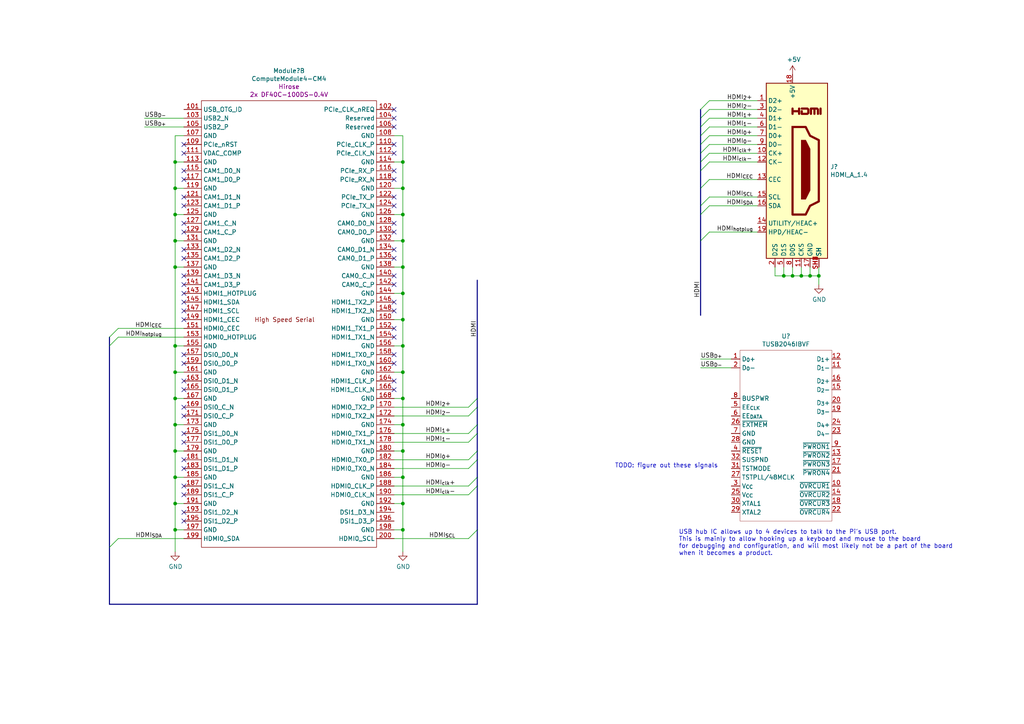
<source format=kicad_sch>
(kicad_sch (version 20201015) (generator eeschema)
  (paper "A4")
  (lib_symbols
    (symbol "CM4IO:HDMI_A_1.4"
      (property "Reference" "J" (at -6.35 26.67 0))
      (property "Value" "HDMI_A_1.4" (at 10.16 26.67 0))
      (symbol "HDMI_A_1.4_0_0"
        (polyline (pts (xy 8.128 16.51) (xy 8.128 18.034)) (stroke (width 0.635)))
        (polyline (pts (xy 0 16.51) (xy 0 18.034) (xy 0 17.272) (xy 1.905 17.272) (xy 1.905 18.034) (xy 1.905 16.51)) (stroke (width 0.635)))
        (polyline (pts (xy 2.667 18.034) (xy 4.318 18.034) (xy 4.572 17.78) (xy 4.572 16.764) (xy 4.318 16.51) (xy 2.667 16.51) (xy 2.667 17.272)) (stroke (width 0.635)))
        (pin passive line (at 7.62 -27.94 90) (length 2.54) (name "SH") (number "SH2"))
        (pin passive line (at 7.62 -27.94 90) (length 2.54) (name "SH") (number "SH3"))
        (pin passive line (at 7.62 -27.94 90) (length 2.54) (name "SH") (number "SH4"))
      )
      (symbol "HDMI_A_1.4_0_1"
        (rectangle (start -7.62 25.4) (end 10.16 -25.4) (stroke (width 0.254)) (fill (type background)))
        (polyline (pts (xy 2.54 8.89) (xy 3.81 8.89) (xy 5.08 6.35) (xy 5.08 -5.715) (xy 3.81 -8.255) (xy 2.54 -8.255) (xy 2.54 8.89)) (fill (type outline)))
        (polyline (pts (xy 5.334 16.51) (xy 5.334 18.034) (xy 6.35 18.034) (xy 6.35 16.51) (xy 6.35 18.034) (xy 7.112 18.034) (xy 7.366 17.78) (xy 7.366 16.51)) (stroke (width 0.635)))
        (polyline (pts (xy 0 12.7) (xy 0 -12.7) (xy 3.81 -12.7) (xy 5.08 -10.16) (xy 7.62 -8.89) (xy 7.62 8.89) (xy 5.08 10.16) (xy 3.81 12.7) (xy 0 12.7)) (stroke (width 0.635)))
      )
      (symbol "HDMI_A_1.4_1_1"
        (pin passive line (at -10.16 20.32 0) (length 2.54) (name "D2+") (number "1"))
        (pin passive line (at -10.16 5.08 0) (length 2.54) (name "CK+") (number "10"))
        (pin power_in line (at 2.54 -27.94 90) (length 2.54) (name "CKS") (number "11"))
        (pin passive line (at -10.16 2.54 0) (length 2.54) (name "CK-") (number "12"))
        (pin bidirectional line (at -10.16 -2.54 0) (length 2.54) (name "CEC") (number "13"))
        (pin passive line (at -10.16 -15.24 0) (length 2.54) (name "UTILITY/HEAC+") (number "14"))
        (pin passive line (at -10.16 -7.62 0) (length 2.54) (name "SCL") (number "15"))
        (pin bidirectional line (at -10.16 -10.16 0) (length 2.54) (name "SDA") (number "16"))
        (pin power_in line (at 5.08 -27.94 90) (length 2.54) (name "GND") (number "17"))
        (pin power_in line (at 0 27.94 270) (length 2.54) (name "+5V") (number "18"))
        (pin passive line (at -10.16 -17.78 0) (length 2.54) (name "HPD/HEAC-") (number "19"))
        (pin power_in line (at -5.08 -27.94 90) (length 2.54) (name "D2S") (number "2"))
        (pin passive line (at -10.16 17.78 0) (length 2.54) (name "D2-") (number "3"))
        (pin passive line (at -10.16 15.24 0) (length 2.54) (name "D1+") (number "4"))
        (pin power_in line (at -2.54 -27.94 90) (length 2.54) (name "D1S") (number "5"))
        (pin passive line (at -10.16 12.7 0) (length 2.54) (name "D1-") (number "6"))
        (pin passive line (at -10.16 10.16 0) (length 2.54) (name "D0+") (number "7"))
        (pin power_in line (at 0 -27.94 90) (length 2.54) (name "D0S") (number "8"))
        (pin passive line (at -10.16 7.62 0) (length 2.54) (name "D0-") (number "9"))
        (pin passive line (at 7.62 -27.94 90) (length 2.54) (name "SH") (number "SH1"))
      )
    )
    (symbol "power:+5V" (power) (pin_names (offset 0))
      (property "Value" "+5V" (at 0 3.556 0))
      (symbol "+5V_0_1"
        (polyline (pts (xy -0.762 1.27) (xy 0 2.54)))
        (polyline (pts (xy 0 0) (xy 0 2.54)))
        (polyline (pts (xy 0 2.54) (xy 0.762 1.27)))
      )
      (symbol "+5V_1_1"
        (pin power_in line (at 0 0 90) (length 0) hide (name "+5V") (number "1"))
      )
    )
    (symbol "power:GND" (power) (pin_names (offset 0))
      (property "Value" "GND" (at 0 -3.81 0))
      (symbol "GND_0_1"
        (polyline (pts (xy 0 0) (xy 0 -1.27) (xy 1.27 -1.27) (xy 0 -2.54) (xy -1.27 -1.27) (xy 0 -1.27)))
      )
      (symbol "GND_1_1"
        (pin power_in line (at 0 0 270) (length 0) hide (name "GND") (number "1"))
      )
    )
    (symbol "symbols:ComputeModule4-CM4"
      (property "Reference" "Module" (at 113.03 -68.58 0))
      (property "Value" "ComputeModule4-CM4" (at 140.97 2.54 0))
      (property "Field4" "Hirose" (at 0 0 0))
      (property "Field5" "2x DF40C-100DS-0.4V" (at 0 -2.54 0))
      (symbol "ComputeModule4-CM4_1_0"
        (text "GPIO" (at 0 6.35 0) (effects (font (size 1.27 1.27))))
      )
      (symbol "ComputeModule4-CM4_1_1"
        (text "600mA Max" (at -8.89 -53.34 0) (effects (font (size 1.27 1.27))))
        (text "600mA Max" (at -8.89 -48.26 0) (effects (font (size 1.27 1.27))))
        (text "NB SD signals are only available" (at -1.27 -27.94 0) (effects (font (size 1.27 1.27))))
        (text "on modules without eMMC" (at -1.27 -30.48 0) (effects (font (size 1.27 1.27))))
        (rectangle (start -30.48 -71.12) (end 25.4 58.42))
        (pin power_in line (at 27.94 55.88 180) (length 2.54) (name "GND") (number "1"))
        (pin passive line (at -33.02 45.72 0) (length 2.54) (name "Ethernet_Pair0_N") (number "10"))
        (pin output line (at -33.02 -68.58 0) (length 2.54) (name "nEXTRST") (number "100"))
        (pin passive line (at 27.94 43.18 180) (length 2.54) (name "Ethernet_Pair2_P") (number "11"))
        (pin passive line (at -33.02 43.18 0) (length 2.54) (name "Ethernet_Pair0_P") (number "12"))
        (pin power_in line (at 27.94 40.64 180) (length 2.54) (name "GND") (number "13"))
        (pin power_in line (at -33.02 40.64 0) (length 2.54) (name "GND") (number "14"))
        (pin output line (at 27.94 38.1 180) (length 2.54) (name "Ethernet_nLED3(3.3v)") (number "15"))
        (pin input line (at -33.02 38.1 0) (length 2.54) (name "Ethernet_SYNC_IN(1.8v)") (number "16"))
        (pin output line (at 27.94 35.56 180) (length 2.54) (name "Ethernet_nLED2(3.3v)") (number "17"))
        (pin input line (at -33.02 35.56 0) (length 2.54) (name "Ethernet_SYNC_OUT(1.8v)") (number "18"))
        (pin output line (at 27.94 33.02 180) (length 2.54) (name "Ethernet_nLED1(3.3v)") (number "19"))
        (pin power_in line (at -33.02 55.88 0) (length 2.54) (name "GND") (number "2"))
        (pin passive line (at -33.02 33.02 0) (length 2.54) (name "EEPROM_nWP") (number "20"))
        (pin open_collector line (at 27.94 30.48 180) (length 2.54) (name "PI_nLED_Activity") (number "21"))
        (pin power_in line (at -33.02 30.48 0) (length 2.54) (name "GND") (number "22"))
        (pin power_in line (at 27.94 27.94 180) (length 2.54) (name "GND") (number "23"))
        (pin passive line (at -33.02 27.94 0) (length 2.54) (name "GPIO26") (number "24"))
        (pin passive line (at 27.94 25.4 180) (length 2.54) (name "GPIO21") (number "25"))
        (pin passive line (at -33.02 25.4 0) (length 2.54) (name "GPIO19") (number "26"))
        (pin passive line (at 27.94 22.86 180) (length 2.54) (name "GPIO20") (number "27"))
        (pin passive line (at -33.02 22.86 0) (length 2.54) (name "GPIO13") (number "28"))
        (pin passive line (at 27.94 20.32 180) (length 2.54) (name "GPIO16") (number "29"))
        (pin passive line (at 27.94 53.34 180) (length 2.54) (name "Ethernet_Pair3_P") (number "3"))
        (pin passive line (at -33.02 20.32 0) (length 2.54) (name "GPIO6") (number "30"))
        (pin passive line (at 27.94 17.78 180) (length 2.54) (name "GPIO12") (number "31"))
        (pin power_in line (at -33.02 17.78 0) (length 2.54) (name "GND") (number "32"))
        (pin power_in line (at 27.94 15.24 180) (length 2.54) (name "GND") (number "33"))
        (pin passive line (at -33.02 15.24 0) (length 2.54) (name "GPIO5") (number "34"))
        (pin passive line (at 27.94 12.7 180) (length 2.54) (name "ID_SC") (number "35"))
        (pin passive line (at -33.02 12.7 0) (length 2.54) (name "ID_SD") (number "36"))
        (pin passive line (at 27.94 10.16 180) (length 2.54) (name "GPIO7") (number "37"))
        (pin passive line (at -33.02 10.16 0) (length 2.54) (name "GPIO11") (number "38"))
        (pin passive line (at 27.94 7.62 180) (length 2.54) (name "GPIO8") (number "39"))
        (pin passive line (at -33.02 53.34 0) (length 2.54) (name "Ethernet_Pair1_P") (number "4"))
        (pin passive line (at -33.02 7.62 0) (length 2.54) (name "GPIO9") (number "40"))
        (pin passive line (at 27.94 5.08 180) (length 2.54) (name "GPIO25") (number "41"))
        (pin power_in line (at -33.02 5.08 0) (length 2.54) (name "GND") (number "42"))
        (pin power_in line (at 27.94 2.54 180) (length 2.54) (name "GND") (number "43"))
        (pin passive line (at -33.02 2.54 0) (length 2.54) (name "GPIO10") (number "44"))
        (pin passive line (at 27.94 0 180) (length 2.54) (name "GPIO24") (number "45"))
        (pin passive line (at -33.02 0 0) (length 2.54) (name "GPIO22") (number "46"))
        (pin passive line (at 27.94 -2.54 180) (length 2.54) (name "GPIO23") (number "47"))
        (pin passive line (at -33.02 -2.54 0) (length 2.54) (name "GPIO27") (number "48"))
        (pin passive line (at 27.94 -5.08 180) (length 2.54) (name "GPIO18") (number "49"))
        (pin passive line (at 27.94 50.8 180) (length 2.54) (name "Ethernet_Pair3_N") (number "5"))
        (pin passive line (at -33.02 -5.08 0) (length 2.54) (name "GPIO17") (number "50"))
        (pin passive line (at 27.94 -7.62 180) (length 2.54) (name "GPIO15") (number "51"))
        (pin power_in line (at -33.02 -7.62 0) (length 2.54) (name "GND") (number "52"))
        (pin power_in line (at 27.94 -10.16 180) (length 2.54) (name "GND") (number "53"))
        (pin passive line (at -33.02 -10.16 0) (length 2.54) (name "GPIO4") (number "54"))
        (pin passive line (at 27.94 -12.7 180) (length 2.54) (name "GPIO14") (number "55"))
        (pin passive line (at -33.02 -12.7 0) (length 2.54) (name "GPIO3") (number "56"))
        (pin passive line (at 27.94 -15.24 180) (length 2.54) (name "SD_CLK") (number "57"))
        (pin passive line (at -33.02 -15.24 0) (length 2.54) (name "GPIO2") (number "58"))
        (pin power_in line (at 27.94 -17.78 180) (length 2.54) (name "GND") (number "59"))
        (pin passive line (at -33.02 50.8 0) (length 2.54) (name "Ethernet_Pair1_N") (number "6"))
        (pin power_in line (at -33.02 -17.78 0) (length 2.54) (name "GND") (number "60"))
        (pin passive line (at 27.94 -20.32 180) (length 2.54) (name "SD_DAT3") (number "61"))
        (pin passive line (at -33.02 -20.32 0) (length 2.54) (name "SD_CMD") (number "62"))
        (pin passive line (at 27.94 -22.86 180) (length 2.54) (name "SD_DAT0") (number "63"))
        (pin passive line (at -33.02 -22.86 0) (length 2.54) (name "SD_DAT5") (number "64"))
        (pin power_in line (at 27.94 -25.4 180) (length 2.54) (name "GND") (number "65"))
        (pin power_in line (at -33.02 -25.4 0) (length 2.54) (name "GND") (number "66"))
        (pin passive line (at 27.94 -27.94 180) (length 2.54) (name "SD_DAT1") (number "67"))
        (pin passive line (at -33.02 -27.94 0) (length 2.54) (name "SD_DAT4") (number "68"))
        (pin passive line (at 27.94 -30.48 180) (length 2.54) (name "SD_DAT2") (number "69"))
        (pin power_in line (at 27.94 48.26 180) (length 2.54) (name "GND") (number "7"))
        (pin passive line (at -33.02 -30.48 0) (length 2.54) (name "SD_DAT7") (number "70"))
        (pin power_in line (at 27.94 -33.02 180) (length 2.54) (name "GND") (number "71"))
        (pin passive line (at -33.02 -33.02 0) (length 2.54) (name "SD_DAT6") (number "72"))
        (pin input line (at 27.94 -35.56 180) (length 2.54) (name "SD_VDD_Override") (number "73"))
        (pin power_in line (at -33.02 -35.56 0) (length 2.54) (name "GND") (number "74"))
        (pin output line (at 27.94 -38.1 180) (length 2.54) (name "SD_PWR_ON") (number "75"))
        (pin passive line (at -33.02 -38.1 0) (length 2.54) (name "Reserved") (number "76"))
        (pin power_in line (at 27.94 -40.64 180) (length 2.54) (name "+5v_(Input)") (number "77"))
        (pin power_in line (at -33.02 -40.64 0) (length 2.54) (name "GPIO_VREF(1.8v/3.3v_Input)") (number "78"))
        (pin power_in line (at 27.94 -43.18 180) (length 2.54) (name "+5v_(Input)") (number "79"))
        (pin power_in line (at -33.02 48.26 0) (length 2.54) (name "GND") (number "8"))
        (pin passive line (at -33.02 -43.18 0) (length 2.54) (name "SCL0") (number "80"))
        (pin power_in line (at 27.94 -45.72 180) (length 2.54) (name "+5v_(Input)") (number "81"))
        (pin passive line (at -33.02 -45.72 0) (length 2.54) (name "SDA0") (number "82"))
        (pin power_in line (at 27.94 -48.26 180) (length 2.54) (name "+5v_(Input)") (number "83"))
        (pin power_out line (at -33.02 -48.26 0) (length 2.54) (name "+3.3v_(Output)") (number "84"))
        (pin power_in line (at 27.94 -50.8 180) (length 2.54) (name "+5v_(Input)") (number "85"))
        (pin power_out line (at -33.02 -50.8 0) (length 2.54) (name "+3.3v_(Output)") (number "86"))
        (pin power_in line (at 27.94 -53.34 180) (length 2.54) (name "+5v_(Input)") (number "87"))
        (pin power_out line (at -33.02 -53.34 0) (length 2.54) (name "+1.8v_(Output)") (number "88"))
        (pin power_in line (at 27.94 -55.88 180) (length 2.54) (name "WiFi_nDisable") (number "89"))
        (pin passive line (at 27.94 45.72 180) (length 2.54) (name "Ethernet_Pair2_N") (number "9"))
        (pin power_out line (at -33.02 -55.88 0) (length 2.54) (name "+1.8v_(Output)") (number "90"))
        (pin power_in line (at 27.94 -58.42 180) (length 2.54) (name "BT_nDisable") (number "91"))
        (pin passive line (at -33.02 -58.42 0) (length 2.54) (name "RUN_PG") (number "92"))
        (pin input line (at 27.94 -60.96 180) (length 2.54) (name "nRPIBOOT") (number "93"))
        (pin passive line (at -33.02 -60.96 0) (length 2.54) (name "AnalogIP0") (number "94"))
        (pin output line (at 27.94 -63.5 180) (length 2.54) (name "nPI_LED_PWR") (number "95"))
        (pin passive line (at -33.02 -63.5 0) (length 2.54) (name "AnalogIP1") (number "96"))
        (pin passive line (at 27.94 -66.04 180) (length 2.54) (name "Camera_GPIO") (number "97"))
        (pin power_in line (at -33.02 -66.04 0) (length 2.54) (name "GND") (number "98"))
        (pin input line (at 27.94 -68.58 180) (length 2.54) (name "Global_EN") (number "99"))
      )
      (symbol "ComputeModule4-CM4_2_1"
        (text "High Speed Serial" (at 140.97 0 0) (effects (font (size 1.27 1.27))))
        (rectangle (start 114.3 -66.04) (end 165.1 63.5))
        (pin input line (at 170.18 60.96 180) (length 5.08) (name "USB_OTG_ID") (number "101"))
        (pin input line (at 109.22 60.96 0) (length 5.08) (name "PCIe_CLK_nREQ") (number "102"))
        (pin passive line (at 170.18 58.42 180) (length 5.08) (name "USB2_N") (number "103"))
        (pin passive line (at 109.22 58.42 0) (length 5.08) (name "Reserved") (number "104"))
        (pin passive line (at 170.18 55.88 180) (length 5.08) (name "USB2_P") (number "105"))
        (pin passive line (at 109.22 55.88 0) (length 5.08) (name "Reserved") (number "106"))
        (pin power_in line (at 170.18 53.34 180) (length 5.08) (name "GND") (number "107"))
        (pin power_in line (at 109.22 53.34 0) (length 5.08) (name "GND") (number "108"))
        (pin bidirectional line (at 170.18 50.8 180) (length 5.08) (name "PCIe_nRST") (number "109"))
        (pin output line (at 109.22 50.8 0) (length 5.08) (name "PCIe_CLK_P") (number "110"))
        (pin passive line (at 170.18 48.26 180) (length 5.08) (name "VDAC_COMP") (number "111"))
        (pin output line (at 109.22 48.26 0) (length 5.08) (name "PCIe_CLK_N") (number "112"))
        (pin power_in line (at 170.18 45.72 180) (length 5.08) (name "GND") (number "113"))
        (pin power_in line (at 109.22 45.72 0) (length 5.08) (name "GND") (number "114"))
        (pin input line (at 170.18 43.18 180) (length 5.08) (name "CAM1_D0_N") (number "115"))
        (pin input line (at 109.22 43.18 0) (length 5.08) (name "PCIe_RX_P") (number "116"))
        (pin input line (at 170.18 40.64 180) (length 5.08) (name "CAM1_D0_P") (number "117"))
        (pin input line (at 109.22 40.64 0) (length 5.08) (name "PCIe_RX_N") (number "118"))
        (pin power_in line (at 170.18 38.1 180) (length 5.08) (name "GND") (number "119"))
        (pin power_in line (at 109.22 38.1 0) (length 5.08) (name "GND") (number "120"))
        (pin input line (at 170.18 35.56 180) (length 5.08) (name "CAM1_D1_N") (number "121"))
        (pin output line (at 109.22 35.56 0) (length 5.08) (name "PCIe_TX_P") (number "122"))
        (pin input line (at 170.18 33.02 180) (length 5.08) (name "CAM1_D1_P") (number "123"))
        (pin output line (at 109.22 33.02 0) (length 5.08) (name "PCIe_TX_N") (number "124"))
        (pin power_in line (at 170.18 30.48 180) (length 5.08) (name "GND") (number "125"))
        (pin power_in line (at 109.22 30.48 0) (length 5.08) (name "GND") (number "126"))
        (pin input line (at 170.18 27.94 180) (length 5.08) (name "CAM1_C_N") (number "127"))
        (pin input line (at 109.22 27.94 0) (length 5.08) (name "CAM0_D0_N") (number "128"))
        (pin input line (at 170.18 25.4 180) (length 5.08) (name "CAM1_C_P") (number "129"))
        (pin input line (at 109.22 25.4 0) (length 5.08) (name "CAM0_D0_P") (number "130"))
        (pin power_in line (at 170.18 22.86 180) (length 5.08) (name "GND") (number "131"))
        (pin power_in line (at 109.22 22.86 0) (length 5.08) (name "GND") (number "132"))
        (pin input line (at 170.18 20.32 180) (length 5.08) (name "CAM1_D2_N") (number "133"))
        (pin input line (at 109.22 20.32 0) (length 5.08) (name "CAM0_D1_N") (number "134"))
        (pin input line (at 170.18 17.78 180) (length 5.08) (name "CAM1_D2_P") (number "135"))
        (pin input line (at 109.22 17.78 0) (length 5.08) (name "CAM0_D1_P") (number "136"))
        (pin power_in line (at 170.18 15.24 180) (length 5.08) (name "GND") (number "137"))
        (pin power_in line (at 109.22 15.24 0) (length 5.08) (name "GND") (number "138"))
        (pin input line (at 170.18 12.7 180) (length 5.08) (name "CAM1_D3_N") (number "139"))
        (pin input line (at 109.22 12.7 0) (length 5.08) (name "CAM0_C_N") (number "140"))
        (pin input line (at 170.18 10.16 180) (length 5.08) (name "CAM1_D3_P") (number "141"))
        (pin input line (at 109.22 10.16 0) (length 5.08) (name "CAM0_C_P") (number "142"))
        (pin input line (at 170.18 7.62 180) (length 5.08) (name "HDMI1_HOTPLUG") (number "143"))
        (pin power_in line (at 109.22 7.62 0) (length 5.08) (name "GND") (number "144"))
        (pin bidirectional line (at 170.18 5.08 180) (length 5.08) (name "HDMI1_SDA") (number "145"))
        (pin output line (at 109.22 5.08 0) (length 5.08) (name "HDMI1_TX2_P") (number "146"))
        (pin open_collector line (at 170.18 2.54 180) (length 5.08) (name "HDMI1_SCL") (number "147"))
        (pin output line (at 109.22 2.54 0) (length 5.08) (name "HDMI1_TX2_N") (number "148"))
        (pin open_collector line (at 170.18 0 180) (length 5.08) (name "HDMI1_CEC") (number "149"))
        (pin power_in line (at 109.22 0 0) (length 5.08) (name "GND") (number "150"))
        (pin open_collector line (at 170.18 -2.54 180) (length 5.08) (name "HDMI0_CEC") (number "151"))
        (pin output line (at 109.22 -2.54 0) (length 5.08) (name "HDMI1_TX1_P") (number "152"))
        (pin input line (at 170.18 -5.08 180) (length 5.08) (name "HDMI0_HOTPLUG") (number "153"))
        (pin output line (at 109.22 -5.08 0) (length 5.08) (name "HDMI1_TX1_N") (number "154"))
        (pin power_in line (at 170.18 -7.62 180) (length 5.08) (name "GND") (number "155"))
        (pin power_in line (at 109.22 -7.62 0) (length 5.08) (name "GND") (number "156"))
        (pin output line (at 170.18 -10.16 180) (length 5.08) (name "DSI0_D0_N") (number "157"))
        (pin output line (at 109.22 -10.16 0) (length 5.08) (name "HDMI1_TX0_P") (number "158"))
        (pin output line (at 170.18 -12.7 180) (length 5.08) (name "DSI0_D0_P") (number "159"))
        (pin output line (at 109.22 -12.7 0) (length 5.08) (name "HDMI1_TX0_N") (number "160"))
        (pin power_in line (at 170.18 -15.24 180) (length 5.08) (name "GND") (number "161"))
        (pin power_in line (at 109.22 -15.24 0) (length 5.08) (name "GND") (number "162"))
        (pin output line (at 170.18 -17.78 180) (length 5.08) (name "DSI0_D1_N") (number "163"))
        (pin output line (at 109.22 -17.78 0) (length 5.08) (name "HDMI1_CLK_P") (number "164"))
        (pin output line (at 170.18 -20.32 180) (length 5.08) (name "DSI0_D1_P") (number "165"))
        (pin output line (at 109.22 -20.32 0) (length 5.08) (name "HDMI1_CLK_N") (number "166"))
        (pin power_in line (at 170.18 -22.86 180) (length 5.08) (name "GND") (number "167"))
        (pin power_in line (at 109.22 -22.86 0) (length 5.08) (name "GND") (number "168"))
        (pin output line (at 170.18 -25.4 180) (length 5.08) (name "DSI0_C_N") (number "169"))
        (pin output line (at 109.22 -25.4 0) (length 5.08) (name "HDMI0_TX2_P") (number "170"))
        (pin output line (at 170.18 -27.94 180) (length 5.08) (name "DSI0_C_P") (number "171"))
        (pin output line (at 109.22 -27.94 0) (length 5.08) (name "HDMI0_TX2_N") (number "172"))
        (pin power_in line (at 170.18 -30.48 180) (length 5.08) (name "GND") (number "173"))
        (pin power_in line (at 109.22 -30.48 0) (length 5.08) (name "GND") (number "174"))
        (pin output line (at 170.18 -33.02 180) (length 5.08) (name "DSI1_D0_N") (number "175"))
        (pin output line (at 109.22 -33.02 0) (length 5.08) (name "HDMI0_TX1_P") (number "176"))
        (pin output line (at 170.18 -35.56 180) (length 5.08) (name "DSI1_D0_P") (number "177"))
        (pin output line (at 109.22 -35.56 0) (length 5.08) (name "HDMI0_TX1_N") (number "178"))
        (pin power_in line (at 170.18 -38.1 180) (length 5.08) (name "GND") (number "179"))
        (pin power_in line (at 109.22 -38.1 0) (length 5.08) (name "GND") (number "180"))
        (pin output line (at 170.18 -40.64 180) (length 5.08) (name "DSI1_D1_N") (number "181"))
        (pin output line (at 109.22 -40.64 0) (length 5.08) (name "HDMI0_TX0_P") (number "182"))
        (pin output line (at 170.18 -43.18 180) (length 5.08) (name "DSI1_D1_P") (number "183"))
        (pin output line (at 109.22 -43.18 0) (length 5.08) (name "HDMI0_TX0_N") (number "184"))
        (pin power_in line (at 170.18 -45.72 180) (length 5.08) (name "GND") (number "185"))
        (pin power_in line (at 109.22 -45.72 0) (length 5.08) (name "GND") (number "186"))
        (pin output line (at 170.18 -48.26 180) (length 5.08) (name "DSI1_C_N") (number "187"))
        (pin output line (at 109.22 -48.26 0) (length 5.08) (name "HDMI0_CLK_P") (number "188"))
        (pin output line (at 170.18 -50.8 180) (length 5.08) (name "DSI1_C_P") (number "189"))
        (pin output line (at 109.22 -50.8 0) (length 5.08) (name "HDMI0_CLK_N") (number "190"))
        (pin power_in line (at 170.18 -53.34 180) (length 5.08) (name "GND") (number "191"))
        (pin power_in line (at 109.22 -53.34 0) (length 5.08) (name "GND") (number "192"))
        (pin output line (at 170.18 -55.88 180) (length 5.08) (name "DSI1_D2_N") (number "193"))
        (pin output line (at 109.22 -55.88 0) (length 5.08) (name "DSI1_D3_N") (number "194"))
        (pin output line (at 170.18 -58.42 180) (length 5.08) (name "DSI1_D2_P") (number "195"))
        (pin output line (at 109.22 -58.42 0) (length 5.08) (name "DSI1_D3_P") (number "196"))
        (pin power_in line (at 170.18 -60.96 180) (length 5.08) (name "GND") (number "197"))
        (pin power_in line (at 109.22 -60.96 0) (length 5.08) (name "GND") (number "198"))
        (pin bidirectional line (at 170.18 -63.5 180) (length 5.08) (name "HDMI0_SDA") (number "199"))
        (pin open_collector line (at 109.22 -63.5 0) (length 5.08) (name "HDMI0_SCL") (number "200"))
      )
    )
    (symbol "symbols:TUSB2046IBVF"
      (property "Reference" "U" (at 5.08 25.4 0))
      (property "Value" "TUSB2046IBVF" (at -6.35 25.4 0))
      (symbol "TUSB2046IBVF_0_0"
        (pin unspecified line (at 16.51 8.89 180) (length 2.54) (name "BUSPWR") (number "8"))
        (pin unspecified line (at 16.51 17.78 180) (length 2.54) (name "D_{0}-") (number "2"))
        (pin unspecified line (at -15.24 17.78 0) (length 2.54) (name "D_{1}-") (number "11"))
        (pin unspecified line (at -15.24 11.43 0) (length 2.54) (name "D_{2}-") (number "15"))
        (pin unspecified line (at -15.24 5.08 0) (length 2.54) (name "D_{3}-") (number "19"))
        (pin unspecified line (at -15.24 -1.27 0) (length 2.54) (name "D_{4}-") (number "23"))
        (pin unspecified line (at 16.51 20.32 180) (length 2.54) (name "D_{0}+") (number "1"))
        (pin unspecified line (at -15.24 20.32 0) (length 2.54) (name "D_{1}+") (number "12"))
        (pin unspecified line (at -15.24 13.97 0) (length 2.54) (name "D_{2}+") (number "16"))
        (pin unspecified line (at -15.24 7.62 0) (length 2.54) (name "D_{3}+") (number "20"))
        (pin unspecified line (at -15.24 1.27 0) (length 2.54) (name "D_{4}+") (number "24"))
        (pin unspecified line (at 16.51 6.35 180) (length 2.54) (name "EE_{CLK}") (number "5"))
        (pin unspecified line (at 16.51 3.81 180) (length 2.54) (name "EE_{DATA}") (number "6"))
        (pin unspecified line (at 16.51 1.27 180) (length 2.54) (name "~EXTMEM") (number "26"))
        (pin unspecified line (at 16.51 -1.27 180) (length 2.54) (name "GND") (number "7"))
        (pin unspecified line (at 16.51 -3.81 180) (length 2.54) (name "GND") (number "28"))
        (pin unspecified line (at -15.24 -16.51 0) (length 2.54) (name "~OVRCUR1") (number "10"))
        (pin unspecified line (at -15.24 -19.05 0) (length 2.54) (name "~OVRCUR2") (number "14"))
        (pin unspecified line (at -15.24 -21.59 0) (length 2.54) (name "~OVRCUR3") (number "18"))
        (pin unspecified line (at -15.24 -24.13 0) (length 2.54) (name "~OVRCUR4") (number "22"))
        (pin unspecified line (at -15.24 -5.08 0) (length 2.54) (name "~PWRON1") (number "9"))
        (pin unspecified line (at -15.24 -7.62 0) (length 2.54) (name "~PWRON2") (number "13"))
        (pin unspecified line (at -15.24 -10.16 0) (length 2.54) (name "~PWRON3") (number "17"))
        (pin unspecified line (at -15.24 -12.7 0) (length 2.54) (name "~PWRON4") (number "21"))
        (pin unspecified line (at 16.51 -6.35 180) (length 2.54) (name "~RESET") (number "4"))
        (pin unspecified line (at 16.51 -8.89 180) (length 2.54) (name "SUSPND") (number "32"))
        (pin unspecified line (at 16.51 -11.43 180) (length 2.54) (name "TSTMODE") (number "31"))
        (pin unspecified line (at 16.51 -13.97 180) (length 2.54) (name "TSTPLL/48MCLK") (number "27"))
        (pin unspecified line (at 16.51 -16.51 180) (length 2.54) (name "V_{CC}") (number "3"))
        (pin unspecified line (at 16.51 -19.05 180) (length 2.54) (name "V_{CC}") (number "25"))
        (pin unspecified line (at 16.51 -21.59 180) (length 2.54) (name "XTAL1") (number "30"))
        (pin unspecified line (at 16.51 -24.13 180) (length 2.54) (name "XTAL2") (number "29"))
      )
      (symbol "TUSB2046IBVF_0_1"
        (rectangle (start -12.7 22.86) (end 13.97 -26.67) (stroke (width 0.0006)))
      )
    )
  )
  (junction (at 50.8 46.99) (diameter 0.9144))
  (junction (at 50.8 54.61) (diameter 0.9144))
  (junction (at 50.8 62.23) (diameter 0.9144))
  (junction (at 50.8 69.85) (diameter 0.9144))
  (junction (at 50.8 77.47) (diameter 0.9144))
  (junction (at 50.8 100.33) (diameter 0.9144))
  (junction (at 50.8 107.95) (diameter 0.9144))
  (junction (at 50.8 115.57) (diameter 0.9144))
  (junction (at 50.8 123.19) (diameter 0.9144))
  (junction (at 50.8 130.81) (diameter 0.9144))
  (junction (at 50.8 138.43) (diameter 0.9144))
  (junction (at 50.8 146.05) (diameter 0.9144))
  (junction (at 50.8 153.67) (diameter 0.9144))
  (junction (at 116.84 46.99) (diameter 0.9144))
  (junction (at 116.84 54.61) (diameter 0.9144))
  (junction (at 116.84 62.23) (diameter 0.9144))
  (junction (at 116.84 69.85) (diameter 0.9144))
  (junction (at 116.84 77.47) (diameter 0.9144))
  (junction (at 116.84 85.09) (diameter 0.9144))
  (junction (at 116.84 92.71) (diameter 0.9144))
  (junction (at 116.84 100.33) (diameter 0.9144))
  (junction (at 116.84 107.95) (diameter 0.9144))
  (junction (at 116.84 115.57) (diameter 0.9144))
  (junction (at 116.84 123.19) (diameter 0.9144))
  (junction (at 116.84 130.81) (diameter 0.9144))
  (junction (at 116.84 138.43) (diameter 0.9144))
  (junction (at 116.84 146.05) (diameter 0.9144))
  (junction (at 116.84 153.67) (diameter 0.9144))
  (junction (at 227.33 80.01) (diameter 0.9144))
  (junction (at 229.87 80.01) (diameter 0.9144))
  (junction (at 232.41 80.01) (diameter 0.9144))
  (junction (at 234.95 80.01) (diameter 0.9144))
  (junction (at 237.49 80.01) (diameter 0.9144))
  (no_connect (at 53.34 118.11))
  (no_connect (at 53.34 102.87))
  (no_connect (at 114.3 105.41))
  (no_connect (at 53.34 125.73))
  (no_connect (at 53.34 151.13))
  (no_connect (at 53.34 110.49))
  (no_connect (at 114.3 97.79))
  (no_connect (at 53.34 140.97))
  (no_connect (at 53.34 120.65))
  (no_connect (at 53.34 82.55))
  (no_connect (at 114.3 41.91))
  (no_connect (at 114.3 113.03))
  (no_connect (at 114.3 49.53))
  (no_connect (at 53.34 87.63))
  (no_connect (at 53.34 90.17))
  (no_connect (at 114.3 34.29))
  (no_connect (at 114.3 59.69))
  (no_connect (at 53.34 49.53))
  (no_connect (at 53.34 64.77))
  (no_connect (at 114.3 82.55))
  (no_connect (at 53.34 105.41))
  (no_connect (at 53.34 80.01))
  (no_connect (at 53.34 72.39))
  (no_connect (at 114.3 57.15))
  (no_connect (at 114.3 44.45))
  (no_connect (at 53.34 113.03))
  (no_connect (at 53.34 148.59))
  (no_connect (at 53.34 92.71))
  (no_connect (at 53.34 59.69))
  (no_connect (at 53.34 44.45))
  (no_connect (at 53.34 57.15))
  (no_connect (at 53.34 52.07))
  (no_connect (at 53.34 128.27))
  (no_connect (at 114.3 110.49))
  (no_connect (at 53.34 133.35))
  (no_connect (at 53.34 135.89))
  (no_connect (at 53.34 143.51))
  (no_connect (at 114.3 95.25))
  (no_connect (at 114.3 31.75))
  (no_connect (at 114.3 90.17))
  (no_connect (at 53.34 74.93))
  (no_connect (at 114.3 80.01))
  (no_connect (at 114.3 52.07))
  (no_connect (at 114.3 36.83))
  (no_connect (at 53.34 41.91))
  (no_connect (at 53.34 67.31))
  (no_connect (at 114.3 87.63))
  (no_connect (at 114.3 72.39))
  (no_connect (at 114.3 74.93))
  (no_connect (at 114.3 64.77))
  (no_connect (at 114.3 67.31))
  (no_connect (at 53.34 85.09))
  (no_connect (at 114.3 102.87))
  (bus_entry (at 31.75 97.79) (size 2.54 -2.54) (stroke (width 0.1524)))
  (bus_entry (at 31.75 100.33) (size 2.54 -2.54) (stroke (width 0.1524)))
  (bus_entry (at 31.75 158.75) (size 2.54 -2.54) (stroke (width 0.1524)))
  (bus_entry (at 135.89 118.11) (size 2.54 -2.54) (stroke (width 0.1524)))
  (bus_entry (at 135.89 120.65) (size 2.54 -2.54) (stroke (width 0.1524)))
  (bus_entry (at 135.89 125.73) (size 2.54 -2.54) (stroke (width 0.1524)))
  (bus_entry (at 135.89 128.27) (size 2.54 -2.54) (stroke (width 0.1524)))
  (bus_entry (at 135.89 133.35) (size 2.54 -2.54) (stroke (width 0.1524)))
  (bus_entry (at 135.89 135.89) (size 2.54 -2.54) (stroke (width 0.1524)))
  (bus_entry (at 135.89 140.97) (size 2.54 -2.54) (stroke (width 0.1524)))
  (bus_entry (at 135.89 143.51) (size 2.54 -2.54) (stroke (width 0.1524)))
  (bus_entry (at 135.89 156.21) (size 2.54 -2.54) (stroke (width 0.1524)))
  (bus_entry (at 203.2 31.75) (size 2.54 -2.54) (stroke (width 0.1524)))
  (bus_entry (at 203.2 34.29) (size 2.54 -2.54) (stroke (width 0.1524)))
  (bus_entry (at 203.2 36.83) (size 2.54 -2.54) (stroke (width 0.1524)))
  (bus_entry (at 203.2 39.37) (size 2.54 -2.54) (stroke (width 0.1524)))
  (bus_entry (at 203.2 41.91) (size 2.54 -2.54) (stroke (width 0.1524)))
  (bus_entry (at 203.2 44.45) (size 2.54 -2.54) (stroke (width 0.1524)))
  (bus_entry (at 203.2 46.99) (size 2.54 -2.54) (stroke (width 0.1524)))
  (bus_entry (at 203.2 49.53) (size 2.54 -2.54) (stroke (width 0.1524)))
  (bus_entry (at 203.2 54.61) (size 2.54 -2.54) (stroke (width 0.1524)))
  (bus_entry (at 203.2 59.69) (size 2.54 -2.54) (stroke (width 0.1524)))
  (bus_entry (at 203.2 62.23) (size 2.54 -2.54) (stroke (width 0.1524)))
  (bus_entry (at 203.2 69.85) (size 2.54 -2.54) (stroke (width 0.1524)))
  (wire (pts (xy 34.29 95.25) (xy 53.34 95.25)))
  (wire (pts (xy 34.29 97.79) (xy 53.34 97.79)))
  (wire (pts (xy 34.29 156.21) (xy 53.34 156.21)))
  (wire (pts (xy 41.91 34.29) (xy 53.34 34.29)))
  (wire (pts (xy 41.91 36.83) (xy 53.34 36.83)))
  (wire (pts (xy 50.8 39.37) (xy 50.8 46.99)))
  (wire (pts (xy 50.8 46.99) (xy 50.8 54.61)))
  (wire (pts (xy 50.8 46.99) (xy 53.34 46.99)))
  (wire (pts (xy 50.8 54.61) (xy 50.8 62.23)))
  (wire (pts (xy 50.8 54.61) (xy 53.34 54.61)))
  (wire (pts (xy 50.8 62.23) (xy 50.8 69.85)))
  (wire (pts (xy 50.8 62.23) (xy 53.34 62.23)))
  (wire (pts (xy 50.8 69.85) (xy 50.8 77.47)))
  (wire (pts (xy 50.8 69.85) (xy 53.34 69.85)))
  (wire (pts (xy 50.8 77.47) (xy 50.8 100.33)))
  (wire (pts (xy 50.8 77.47) (xy 53.34 77.47)))
  (wire (pts (xy 50.8 100.33) (xy 50.8 107.95)))
  (wire (pts (xy 50.8 100.33) (xy 53.34 100.33)))
  (wire (pts (xy 50.8 107.95) (xy 50.8 115.57)))
  (wire (pts (xy 50.8 107.95) (xy 53.34 107.95)))
  (wire (pts (xy 50.8 115.57) (xy 50.8 123.19)))
  (wire (pts (xy 50.8 115.57) (xy 53.34 115.57)))
  (wire (pts (xy 50.8 123.19) (xy 50.8 130.81)))
  (wire (pts (xy 50.8 123.19) (xy 53.34 123.19)))
  (wire (pts (xy 50.8 130.81) (xy 50.8 138.43)))
  (wire (pts (xy 50.8 130.81) (xy 53.34 130.81)))
  (wire (pts (xy 50.8 138.43) (xy 50.8 146.05)))
  (wire (pts (xy 50.8 138.43) (xy 53.34 138.43)))
  (wire (pts (xy 50.8 146.05) (xy 50.8 153.67)))
  (wire (pts (xy 50.8 146.05) (xy 53.34 146.05)))
  (wire (pts (xy 50.8 153.67) (xy 50.8 160.02)))
  (wire (pts (xy 50.8 153.67) (xy 53.34 153.67)))
  (wire (pts (xy 53.34 39.37) (xy 50.8 39.37)))
  (wire (pts (xy 114.3 39.37) (xy 116.84 39.37)))
  (wire (pts (xy 114.3 46.99) (xy 116.84 46.99)))
  (wire (pts (xy 114.3 54.61) (xy 116.84 54.61)))
  (wire (pts (xy 114.3 62.23) (xy 116.84 62.23)))
  (wire (pts (xy 114.3 69.85) (xy 116.84 69.85)))
  (wire (pts (xy 114.3 77.47) (xy 116.84 77.47)))
  (wire (pts (xy 114.3 85.09) (xy 116.84 85.09)))
  (wire (pts (xy 114.3 92.71) (xy 116.84 92.71)))
  (wire (pts (xy 114.3 100.33) (xy 116.84 100.33)))
  (wire (pts (xy 114.3 107.95) (xy 116.84 107.95)))
  (wire (pts (xy 114.3 115.57) (xy 116.84 115.57)))
  (wire (pts (xy 114.3 118.11) (xy 135.89 118.11)))
  (wire (pts (xy 114.3 120.65) (xy 135.89 120.65)))
  (wire (pts (xy 114.3 123.19) (xy 116.84 123.19)))
  (wire (pts (xy 114.3 125.73) (xy 135.89 125.73)))
  (wire (pts (xy 114.3 128.27) (xy 135.89 128.27)))
  (wire (pts (xy 114.3 130.81) (xy 116.84 130.81)))
  (wire (pts (xy 114.3 133.35) (xy 135.89 133.35)))
  (wire (pts (xy 114.3 135.89) (xy 135.89 135.89)))
  (wire (pts (xy 114.3 138.43) (xy 116.84 138.43)))
  (wire (pts (xy 114.3 140.97) (xy 135.89 140.97)))
  (wire (pts (xy 114.3 143.51) (xy 135.89 143.51)))
  (wire (pts (xy 114.3 146.05) (xy 116.84 146.05)))
  (wire (pts (xy 114.3 153.67) (xy 116.84 153.67)))
  (wire (pts (xy 114.3 156.21) (xy 135.89 156.21)))
  (wire (pts (xy 116.84 39.37) (xy 116.84 46.99)))
  (wire (pts (xy 116.84 46.99) (xy 116.84 54.61)))
  (wire (pts (xy 116.84 54.61) (xy 116.84 62.23)))
  (wire (pts (xy 116.84 62.23) (xy 116.84 69.85)))
  (wire (pts (xy 116.84 69.85) (xy 116.84 77.47)))
  (wire (pts (xy 116.84 77.47) (xy 116.84 85.09)))
  (wire (pts (xy 116.84 85.09) (xy 116.84 92.71)))
  (wire (pts (xy 116.84 92.71) (xy 116.84 100.33)))
  (wire (pts (xy 116.84 100.33) (xy 116.84 107.95)))
  (wire (pts (xy 116.84 107.95) (xy 116.84 115.57)))
  (wire (pts (xy 116.84 115.57) (xy 116.84 123.19)))
  (wire (pts (xy 116.84 123.19) (xy 116.84 130.81)))
  (wire (pts (xy 116.84 130.81) (xy 116.84 138.43)))
  (wire (pts (xy 116.84 138.43) (xy 116.84 146.05)))
  (wire (pts (xy 116.84 146.05) (xy 116.84 153.67)))
  (wire (pts (xy 116.84 153.67) (xy 116.84 160.02)))
  (wire (pts (xy 203.2 104.14) (xy 212.09 104.14)))
  (wire (pts (xy 203.2 106.68) (xy 212.09 106.68)))
  (wire (pts (xy 205.74 52.07) (xy 219.71 52.07)))
  (wire (pts (xy 205.74 57.15) (xy 219.71 57.15)))
  (wire (pts (xy 205.74 59.69) (xy 219.71 59.69)))
  (wire (pts (xy 205.74 67.31) (xy 219.71 67.31)))
  (wire (pts (xy 219.71 29.21) (xy 205.74 29.21)))
  (wire (pts (xy 219.71 31.75) (xy 205.74 31.75)))
  (wire (pts (xy 219.71 34.29) (xy 205.74 34.29)))
  (wire (pts (xy 219.71 36.83) (xy 205.74 36.83)))
  (wire (pts (xy 219.71 39.37) (xy 205.74 39.37)))
  (wire (pts (xy 219.71 41.91) (xy 205.74 41.91)))
  (wire (pts (xy 219.71 44.45) (xy 205.74 44.45)))
  (wire (pts (xy 219.71 46.99) (xy 205.74 46.99)))
  (wire (pts (xy 224.79 77.47) (xy 224.79 80.01)))
  (wire (pts (xy 224.79 80.01) (xy 227.33 80.01)))
  (wire (pts (xy 227.33 77.47) (xy 227.33 80.01)))
  (wire (pts (xy 227.33 80.01) (xy 229.87 80.01)))
  (wire (pts (xy 229.87 77.47) (xy 229.87 80.01)))
  (wire (pts (xy 229.87 80.01) (xy 232.41 80.01)))
  (wire (pts (xy 232.41 77.47) (xy 232.41 80.01)))
  (wire (pts (xy 232.41 80.01) (xy 234.95 80.01)))
  (wire (pts (xy 234.95 77.47) (xy 234.95 80.01)))
  (wire (pts (xy 234.95 80.01) (xy 237.49 80.01)))
  (wire (pts (xy 237.49 80.01) (xy 237.49 77.47)))
  (wire (pts (xy 237.49 80.01) (xy 237.49 82.55)))
  (bus (pts (xy 31.75 97.79) (xy 31.75 100.33)))
  (bus (pts (xy 31.75 100.33) (xy 31.75 158.75)))
  (bus (pts (xy 31.75 158.75) (xy 31.75 175.26)))
  (bus (pts (xy 31.75 175.26) (xy 138.43 175.26)))
  (bus (pts (xy 138.43 81.28) (xy 138.43 115.57)))
  (bus (pts (xy 138.43 115.57) (xy 138.43 118.11)))
  (bus (pts (xy 138.43 118.11) (xy 138.43 123.19)))
  (bus (pts (xy 138.43 123.19) (xy 138.43 125.73)))
  (bus (pts (xy 138.43 125.73) (xy 138.43 130.81)))
  (bus (pts (xy 138.43 130.81) (xy 138.43 133.35)))
  (bus (pts (xy 138.43 133.35) (xy 138.43 138.43)))
  (bus (pts (xy 138.43 138.43) (xy 138.43 140.97)))
  (bus (pts (xy 138.43 140.97) (xy 138.43 153.67)))
  (bus (pts (xy 138.43 153.67) (xy 138.43 175.26)))
  (bus (pts (xy 203.2 31.75) (xy 203.2 34.29)))
  (bus (pts (xy 203.2 34.29) (xy 203.2 36.83)))
  (bus (pts (xy 203.2 36.83) (xy 203.2 39.37)))
  (bus (pts (xy 203.2 39.37) (xy 203.2 41.91)))
  (bus (pts (xy 203.2 41.91) (xy 203.2 44.45)))
  (bus (pts (xy 203.2 44.45) (xy 203.2 46.99)))
  (bus (pts (xy 203.2 46.99) (xy 203.2 49.53)))
  (bus (pts (xy 203.2 49.53) (xy 203.2 54.61)))
  (bus (pts (xy 203.2 54.61) (xy 203.2 59.69)))
  (bus (pts (xy 203.2 59.69) (xy 203.2 62.23)))
  (bus (pts (xy 203.2 62.23) (xy 203.2 69.85)))
  (bus (pts (xy 203.2 69.85) (xy 203.2 91.44)))
  (text "USB hub IC allows up to 4 devices to talk to the Pi's USB port.\nThis is mainly to allow hooking up a keyboard and mouse to the board\nfor debugging and configuration, and will most likely not be a part of the board\nwhen it becomes a product." (at 196.85 161.29 0) (effects (font (size 1.27 1.27)) (justify left bottom)))
  (text "TODO: figure out these signals" (at 208.28 135.89 180) (effects (font (size 1.27 1.27)) (justify right bottom)))
  (label "USB_{D-}" (at 41.91 34.29 0))
  (label "USB_{D+}" (at 41.91 36.83 0))
  (label "HDMI_{CEC}" (at 46.99 95.25 180))
  (label "HDMI_{hotplug}" (at 46.99 97.79 180))
  (label "HDMI_{SDA}" (at 46.99 156.21 180))
  (label "HDMI_{2}+" (at 130.81 118.11 180))
  (label "HDMI_{2}-" (at 130.81 120.65 180))
  (label "HDMI_{1}+" (at 130.81 125.73 180))
  (label "HDMI_{1}-" (at 130.81 128.27 180))
  (label "HDMI_{0}+" (at 130.81 133.35 180))
  (label "HDMI_{0}-" (at 130.81 135.89 180))
  (label "HDMI_{clk}+" (at 132.08 140.97 180))
  (label "HDMI_{clk}-" (at 132.08 143.51 180))
  (label "HDMI_{SCL}" (at 132.08 156.21 180))
  (label "HDMI" (at 138.43 97.79 90))
  (label "HDMI" (at 203.2 86.36 90))
  (label "USB_{D+}" (at 203.2 104.14 0))
  (label "USB_{D-}" (at 203.2 106.68 0))
  (label "HDMI_{clk}+" (at 209.55 44.45 0))
  (label "HDMI_{clk}-" (at 209.55 46.99 0))
  (label "HDMI_{2}+" (at 210.82 29.21 0))
  (label "HDMI_{2}-" (at 210.82 31.75 0))
  (label "HDMI_{1}+" (at 210.82 34.29 0))
  (label "HDMI_{1}-" (at 210.82 36.83 0))
  (label "HDMI_{0}+" (at 210.82 39.37 0))
  (label "HDMI_{0}-" (at 210.82 41.91 0))
  (label "HDMI_{CEC}" (at 218.44 52.07 180))
  (label "HDMI_{SCL}" (at 218.44 57.15 180))
  (label "HDMI_{SDA}" (at 218.44 59.69 180))
  (label "HDMI_{hotplug}" (at 218.44 67.31 180))
  (symbol (lib_id "power:+5V") (at 229.87 21.59 0) (unit 1)
    (property "Reference" "#PWR?" (effects hide))
    (property "Value" "+5V" (at 230.2383 17.2656 0))
  )
  (symbol (lib_id "power:GND") (at 50.8 160.02 0) (unit 1)
    (property "Reference" "#PWR?" (effects hide))
    (property "Value" "GND" (at 50.9143 164.3444 0))
  )
  (symbol (lib_id "power:GND") (at 116.84 160.02 0) (unit 1)
    (property "Reference" "#PWR?" (effects hide))
    (property "Value" "GND" (at 116.9543 164.3444 0))
  )
  (symbol (lib_id "power:GND") (at 237.49 82.55 0) (unit 1)
    (property "Reference" "#PWR?" (effects hide))
    (property "Value" "GND" (at 237.6043 86.8744 0))
  )
  (symbol (lib_id "CM4IO:HDMI_A_1.4") (at 229.87 49.53 0) (unit 1)
    (property "Reference" "J?" (at 240.7921 48.3806 0) (effects (justify left)))
    (property "Value" "HDMI_A_1.4" (at 240.7921 50.6793 0) (effects (justify left)))
    (property "Datasheet" "https://en.wikipedia.org/wiki/HDMI" (effects hide))
  )
  (symbol (lib_id "symbols:TUSB2046IBVF") (at 228.6 124.46 0) (mirror y) (unit 1)
    (property "Reference" "U?" (at 227.965 97.5165 0))
    (property "Value" "TUSB2046IBVF" (at 227.965 99.8152 0))
    (property "Footprint" "Package_QFP:LQFP-32_7x7mm_P0.8mm" (effects hide))
    (property "Datasheet" "https://www.ti.com/lit/ds/symlink/tusb2046i.pdf?HQS=dis-dk-null-digikeymode-dsf-pf-null-wwe&ts=1609439167129" (effects hide))
    (property "Vendor" "Digikey" (effects hide))
    (property "Vendor Part" "296-48466-ND" (effects hide))
    (property "Manufacturer" "Texas Instruments" (effects hide))
    (property "Manufacturer Part" "TUSB2046IBVF" (effects hide))
  )
  (symbol (lib_id "symbols:ComputeModule4-CM4") (at 223.52 92.71 0) (mirror y) (unit 2)
    (property "Reference" "Module?" (at 83.82 20.5294 0))
    (property "Value" "ComputeModule4-CM4" (at 83.82 22.8281 0))
    (property "Footprint" "footprints:Raspberry-Pi-4-Compute-Module" (effects hide))
    (property "Datasheet" "https://datasheets.raspberrypi.org/cm4/cm4-datasheet.pdf" (effects hide))
    (property "Field4" "Hirose" (at 83.82 25.1268 0))
    (property "Field5" "2x DF40C-100DS-0.4V" (at 83.82 27.4255 0))
  )
)
</source>
